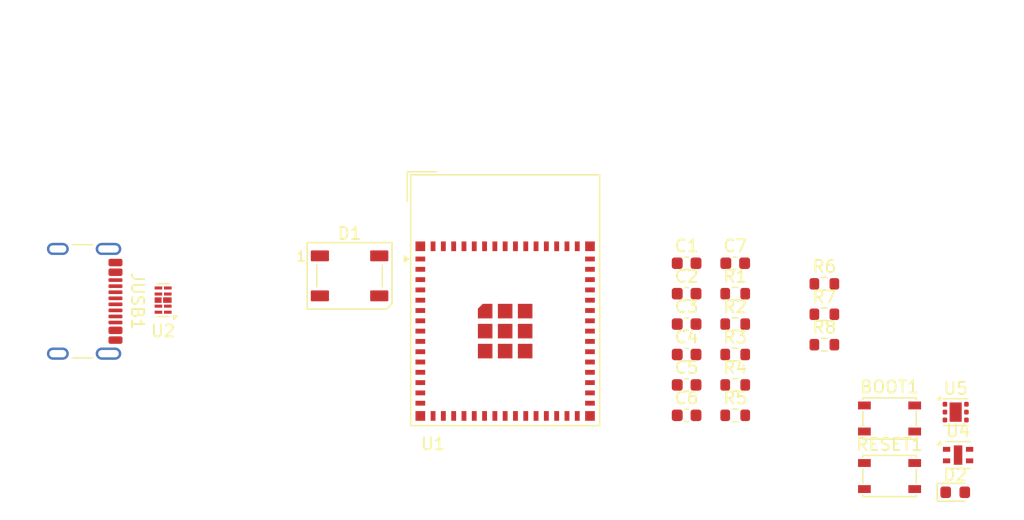
<source format=kicad_pcb>
(kicad_pcb (version 20241229) (generator "pcbnew") (generator_version "9.0")
  (layers (0 "F.Cu" signal) (2 "B.Cu" signal) (13 "F.Paste" user) (15 "B.Paste" user) (5 "F.SilkS" user "F.Silkscreen") (7 "B.SilkS" user "B.Silkscreen") (1 "F.Mask" user) (3 "B.Mask" user) (25 "Edge.Cuts" user))
  (net 0 "")
  (net 1 "Net-(U1-GND-Pad1)")
  (net 4 "GND")
  (net 5 "/3V3")
  (net 6 "/ESP32_EN")
  (net 7 "/GPIO0")
  (net 8 "/5VUSB")
  (net 10 "/GPIO48")
  (net 11 "Net-(D2-A)")
  (net 12 "Net-(JUSB1-CC2)")
  (net 13 "/USB_P")
  (net 15 "Net-(JUSB1-CC1)")
  (net 17 "/USB_N")
  (net 18 "/I2C_SCL")
  (net 19 "/I2C_SDA")
  (net 20 "Net-(U5-FB)")
  (net 24 "/GPIO4")
  (net 25 "/GPIO11")
  (net 26 "/GPIO21")
  (net 27 "/GPIO3")
  (net 28 "/GPIO34")
  (net 29 "/GPIO2")
  (net 30 "/GPIO47")
  (net 31 "/RXD")
  (net 32 "/GPIO5")
  (net 33 "/GPIO9")
  (net 34 "/GPIO45")
  (net 35 "/GPIO33")
  (net 36 "/GPIO12")
  (net 37 "/GPIO14")
  (net 38 "/GPIO35")
  (net 39 "/GPIO41")
  (net 40 "/GPIO15")
  (net 41 "/GPIO26")
  (net 42 "/GPIO37")
  (net 43 "/GPIO8")
  (net 44 "/GPIO42")
  (net 45 "/GPIO13")
  (net 46 "/GPIO16")
  (net 47 "/GPIO6")
  (net 48 "/GPIO38")
  (net 49 "/GPIO36")
  (net 50 "/GPIO10")
  (net 51 "/GPIO46")
  (net 52 "/GPIO39")
  (net 53 "/TXD")
  (net 54 "/GPIO7")
  (net 55 "/GPIO40")
  (net 56 "/GPIO1")
  (footprint "Capacitor_SMD:C_0603_1608Metric" (layer "F.Cu") (at 122.815 92.49)
    (property "Reference" "C4" (at 0 -1.43 0) (layer "F.SilkS"))
    (property "Value" "0.1uF")
    (fp_line (start -0.14058 -0.51) (end 0.14058 -0.51) (stroke (width 0.12)) (layer "F.SilkS"))
    (fp_line (start -0.14058 0.51) (end 0.14058 0.51) (stroke (width 0.12)) (layer "F.SilkS"))
    (pad "1" smd roundrect (at -0.775 0) (size 0.9 0.95) (layers "F.Cu" "F.Mask" "F.Paste") (net 7 "/GPIO0"))
    (pad "2" smd roundrect (at 0.775 0) (size 0.9 0.95) (layers "F.Cu" "F.Mask" "F.Paste") (net 4 "GND"))
  )
  (footprint "Resistor_SMD:R_0603_1608Metric" (layer "F.Cu") (at 134.1825 91.68)
    (property "Reference" "R8" (at 0 -1.43 0) (layer "F.SilkS"))
    (property "Value" "5.1k")
    (fp_line (start -0.237258 -0.5225) (end 0.237258 -0.5225) (stroke (width 0.12)) (layer "F.SilkS"))
    (fp_line (start -0.237258 0.5225) (end 0.237258 0.5225) (stroke (width 0.12)) (layer "F.SilkS"))
    (pad "1" smd roundrect (at -0.825 0) (size 0.8 0.95) (layers "F.Cu" "F.Mask" "F.Paste") (net 5 "/3V3"))
    (pad "2" smd roundrect (at 0.825 0) (size 0.8 0.95) (layers "F.Cu" "F.Mask" "F.Paste") (net 11 "Net-(D2-A)"))
  )
  (footprint "Capacitor_SMD:C_0603_1608Metric" (layer "F.Cu") (at 122.815 87.47)
    (property "Reference" "C2" (at 0 -1.43 0) (layer "F.SilkS"))
    (property "Value" "10uF")
    (fp_line (start -0.14058 -0.51) (end 0.14058 -0.51) (stroke (width 0.12)) (layer "F.SilkS"))
    (fp_line (start -0.14058 0.51) (end 0.14058 0.51) (stroke (width 0.12)) (layer "F.SilkS"))
    (pad "1" smd roundrect (at -0.775 0) (size 0.9 0.95) (layers "F.Cu" "F.Mask" "F.Paste") (net 5 "/3V3"))
    (pad "2" smd roundrect (at 0.775 0) (size 0.9 0.95) (layers "F.Cu" "F.Mask" "F.Paste") (net 4 "GND"))
  )
  (footprint "Package_DFN_QFN:AMS_QFN-4-1EP_2x2mm_P0.95mm_EP0.7x1.6mm" (layer "F.Cu") (at 145.2175 100.79)
    (property "Reference" "U4" (at 0 -2 0) (layer "F.SilkS"))
    (property "Value" "ENS210")
    (fp_line (start -1 1.11) (end 1 1.11) (stroke (width 0.12)) (layer "F.SilkS"))
    (fp_line (start 1 -1.11) (end -1 -1.11) (stroke (width 0.12)) (layer "F.SilkS"))
    (fp_poly (pts (xy -1.44 -0.86) (xy -1.72 -0.86) (xy -1.44 -1.14) (xy -1.44 -0.86)) (stroke (width 0.12)) (fill yes) (layer "F.SilkS"))
    (pad "1" smd rect (at -0.95 -0.475) (size 0.6 0.4) (layers "F.Cu" "F.Mask" "F.Paste") (net 5 "/3V3"))
    (pad "2" smd rect (at -0.95 0.475) (size 0.6 0.4) (layers "F.Cu" "F.Mask" "F.Paste") (net 18 "/I2C_SCL"))
    (pad "3" smd rect (at 0.95 0.475) (size 0.6 0.4) (layers "F.Cu" "F.Mask" "F.Paste") (net 19 "/I2C_SDA"))
    (pad "4" smd rect (at 0.95 -0.475) (size 0.6 0.4) (layers "F.Cu" "F.Mask" "F.Paste") (net 4 "GND"))
    (pad "5" smd rect (at 0 0) (size 0.7 1.6) (layers "F.Cu" "F.Mask") (net 4 "GND"))
  )
  (footprint "Button_Switch_SMD:SW_SPST_PTS810" (layer "F.Cu") (at 139.5625 97.77)
    (property "Reference" "BOOT1" (at 0 -2.6 0) (layer "F.SilkS"))
    (property "Value" "~")
    (fp_line (start -2.2 -1.7) (end -2.2 -1.58) (stroke (width 0.12)) (layer "F.SilkS"))
    (fp_line (start -2.2 -0.57) (end -2.2 0.57) (stroke (width 0.12)) (layer "F.SilkS"))
    (fp_line (start -2.2 1.58) (end -2.2 1.7) (stroke (width 0.12)) (layer "F.SilkS"))
    (fp_line (start -2.2 1.7) (end 2.2 1.7) (stroke (width 0.12)) (layer "F.SilkS"))
    (fp_line (start 2.2 -1.7) (end -2.2 -1.7) (stroke (width 0.12)) (layer "F.SilkS"))
    (fp_line (start 2.2 -1.58) (end 2.2 -1.7) (stroke (width 0.12)) (layer "F.SilkS"))
    (fp_line (start 2.2 0.57) (end 2.2 -0.57) (stroke (width 0.12)) (layer "F.SilkS"))
    (fp_line (start 2.2 1.7) (end 2.2 1.58) (stroke (width 0.12)) (layer "F.SilkS"))
    (pad "1" smd rect (at -2.075 -1.075) (size 1.05 0.65) (layers "F.Cu" "F.Mask" "F.Paste") (net 4 "GND"))
    (pad "1" smd rect (at 2.075 -1.075) (size 1.05 0.65) (layers "F.Cu" "F.Mask" "F.Paste") (net 4 "GND"))
    (pad "2" smd rect (at -2.075 1.075) (size 1.05 0.65) (layers "F.Cu" "F.Mask" "F.Paste") (net 4 "GND"))
    (pad "2" smd rect (at 2.075 1.075) (size 1.05 0.65) (layers "F.Cu" "F.Mask" "F.Paste") (net 4 "GND"))
  )
  (footprint "Capacitor_SMD:C_0603_1608Metric" (layer "F.Cu") (at 126.825 84.96)
    (property "Reference" "C7" (at 0 -1.43 0) (layer "F.SilkS"))
    (property "Value" "10uF")
    (fp_line (start -0.14058 -0.51) (end 0.14058 -0.51) (stroke (width 0.12)) (layer "F.SilkS"))
    (fp_line (start -0.14058 0.51) (end 0.14058 0.51) (stroke (width 0.12)) (layer "F.SilkS"))
    (pad "1" smd roundrect (at -0.775 0) (size 0.9 0.95) (layers "F.Cu" "F.Mask" "F.Paste") (net 5 "/3V3"))
    (pad "2" smd roundrect (at 0.775 0) (size 0.9 0.95) (layers "F.Cu" "F.Mask" "F.Paste") (net 4 "GND"))
  )
  (footprint "Resistor_SMD:R_0603_1608Metric" (layer "F.Cu") (at 126.825 87.47)
    (property "Reference" "R1" (at 0 -1.43 0) (layer "F.SilkS"))
    (property "Value" "5.1k")
    (fp_line (start -0.237258 -0.5225) (end 0.237258 -0.5225) (stroke (width 0.12)) (layer "F.SilkS"))
    (fp_line (start -0.237258 0.5225) (end 0.237258 0.5225) (stroke (width 0.12)) (layer "F.SilkS"))
    (pad "1" smd roundrect (at -0.825 0) (size 0.8 0.95) (layers "F.Cu" "F.Mask" "F.Paste") (net 12 "Net-(JUSB1-CC2)"))
    (pad "2" smd roundrect (at 0.825 0) (size 0.8 0.95) (layers "F.Cu" "F.Mask" "F.Paste") (net 4 "GND"))
  )
  (footprint "Capacitor_SMD:C_0603_1608Metric" (layer "F.Cu") (at 122.815 89.98)
    (property "Reference" "C3" (at 0 -1.43 0) (layer "F.SilkS"))
    (property "Value" "0.1uF")
    (fp_line (start -0.14058 -0.51) (end 0.14058 -0.51) (stroke (width 0.12)) (layer "F.SilkS"))
    (fp_line (start -0.14058 0.51) (end 0.14058 0.51) (stroke (width 0.12)) (layer "F.SilkS"))
    (pad "1" smd roundrect (at -0.775 0) (size 0.9 0.95) (layers "F.Cu" "F.Mask" "F.Paste") (net 6 "/ESP32_EN"))
    (pad "2" smd roundrect (at 0.775 0) (size 0.9 0.95) (layers "F.Cu" "F.Mask" "F.Paste") (net 4 "GND"))
  )
  (footprint "Package_SON:WSON-6-1EP_2x2mm_P0.65mm_EP1x1.6mm" (layer "F.Cu") (at 145.0175 97.245)
    (property "Reference" "U5" (at 0 -1.95 0) (layer "F.SilkS"))
    (property "Value" "TLV75801PDRV")
    (fp_line (start -1 -1.11) (end 1 -1.11) (stroke (width 0.12)) (layer "F.SilkS"))
    (fp_line (start -1 1.11) (end 1 1.11) (stroke (width 0.12)) (layer "F.SilkS"))
    (fp_poly (pts (xy -1.24 -1.01) (xy -1.52 -1.01) (xy -1.24 -1.29) (xy -1.24 -1.01)) (stroke (width 0.12)) (fill yes) (layer "F.SilkS"))
    (pad "1" smd roundrect (at -0.8875 -0.65) (size 0.375 0.4) (layers "F.Cu" "F.Mask" "F.Paste") (net 5 "/3V3"))
    (pad "2" smd roundrect (at -0.8875 0) (size 0.375 0.4) (layers "F.Cu" "F.Mask" "F.Paste") (net 20 "Net-(U5-FB)"))
    (pad "3" smd roundrect (at -0.8875 0.65) (size 0.375 0.4) (layers "F.Cu" "F.Mask" "F.Paste") (net 4 "GND"))
    (pad "4" smd roundrect (at 0.8875 0.65) (size 0.375 0.4) (layers "F.Cu" "F.Mask" "F.Paste") (net 8 "/5VUSB"))
    (pad "5" smd roundrect (at 0.8875 0) (size 0.375 0.4) (layers "F.Cu" "F.Mask" "F.Paste"))
    (pad "6" smd roundrect (at 0.8875 -0.65) (size 0.375 0.4) (layers "F.Cu" "F.Mask" "F.Paste") (net 8 "/5VUSB"))
    (pad "7" smd rect (at 0 0) (size 1 1.6) (property pad_prop_heatsink) (layers "F.Cu" "F.Mask") (net 4 "GND"))
  )
  (footprint "Capacitor_SMD:C_0603_1608Metric" (layer "F.Cu") (at 122.815 95)
    (property "Reference" "C5" (at 0 -1.43 0) (layer "F.SilkS"))
    (property "Value" "0.1uF")
    (fp_line (start -0.14058 -0.51) (end 0.14058 -0.51) (stroke (width 0.12)) (layer "F.SilkS"))
    (fp_line (start -0.14058 0.51) (end 0.14058 0.51) (stroke (width 0.12)) (layer "F.SilkS"))
    (pad "1" smd roundrect (at -0.775 0) (size 0.9 0.95) (layers "F.Cu" "F.Mask" "F.Paste") (net 5 "/3V3"))
    (pad "2" smd roundrect (at 0.775 0) (size 0.9 0.95) (layers "F.Cu" "F.Mask" "F.Paste") (net 4 "GND"))
  )
  (footprint "Resistor_SMD:R_0603_1608Metric" (layer "F.Cu") (at 134.1825 86.66)
    (property "Reference" "R6" (at 0 -1.43 0) (layer "F.SilkS"))
    (property "Value" "1M")
    (fp_line (start -0.237258 -0.5225) (end 0.237258 -0.5225) (stroke (width 0.12)) (layer "F.SilkS"))
    (fp_line (start -0.237258 0.5225) (end 0.237258 0.5225) (stroke (width 0.12)) (layer "F.SilkS"))
    (pad "1" smd roundrect (at -0.825 0) (size 0.8 0.95) (layers "F.Cu" "F.Mask" "F.Paste") (net 20 "Net-(U5-FB)"))
    (pad "2" smd roundrect (at 0.825 0) (size 0.8 0.95) (layers "F.Cu" "F.Mask" "F.Paste") (net 5 "/3V3"))
  )
  (footprint "LED_SMD:LED_0603_1608Metric" (layer "F.Cu") (at 144.9825 103.86)
    (property "Reference" "D2" (at 0 -1.43 0) (layer "F.SilkS"))
    (property "Value" "LED")
    (fp_line (start -1.485 -0.735) (end -1.485 0.735) (stroke (width 0.12)) (layer "F.SilkS"))
    (fp_line (start -1.485 0.735) (end 0.8 0.735) (stroke (width 0.12)) (layer "F.SilkS"))
    (fp_line (start 0.8 -0.735) (end -1.485 -0.735) (stroke (width 0.12)) (layer "F.SilkS"))
    (pad "1" smd roundrect (at -0.7875 0) (size 0.875 0.95) (layers "F.Cu" "F.Mask" "F.Paste") (net 4 "GND"))
    (pad "2" smd roundrect (at 0.7875 0) (size 0.875 0.95) (layers "F.Cu" "F.Mask" "F.Paste") (net 11 "Net-(D2-A)"))
  )
  (footprint "Capacitor_SMD:C_0603_1608Metric" (layer "F.Cu") (at 122.815 84.96)
    (property "Reference" "C1" (at 0 -1.43 0) (layer "F.SilkS"))
    (property "Value" "0.1uF")
    (fp_line (start -0.14058 -0.51) (end 0.14058 -0.51) (stroke (width 0.12)) (layer "F.SilkS"))
    (fp_line (start -0.14058 0.51) (end 0.14058 0.51) (stroke (width 0.12)) (layer "F.SilkS"))
    (pad "1" smd roundrect (at -0.775 0) (size 0.9 0.95) (layers "F.Cu" "F.Mask" "F.Paste") (net 5 "/3V3"))
    (pad "2" smd roundrect (at 0.775 0) (size 0.9 0.95) (layers "F.Cu" "F.Mask" "F.Paste") (net 4 "GND"))
  )
  (footprint "RF_Module:ESP32-S2-MINI-1" (layer "F.Cu") (at 107.84 88.01)
    (property "Reference" "U1" (at -5.95 11.85 0) (layer "F.SilkS"))
    (property "Value" "ESP32-S3-MINI-1")
    (fp_line (start -8.075 -10.6) (end -8.075 -8.15) (stroke (width 0.12)) (layer "F.SilkS"))
    (fp_line (start -8.075 -10.6) (end -5.625 -10.6) (stroke (width 0.12)) (layer "F.SilkS"))
    (fp_line (start -7.8 -10.35) (end 7.8 -10.35) (stroke (width 0.12)) (layer "F.SilkS"))
    (fp_line (start -7.8 10.35) (end -7.8 -10.35) (stroke (width 0.12)) (layer "F.SilkS"))
    (fp_line (start 7.8 -10.35) (end 7.8 10.35) (stroke (width 0.12)) (layer "F.SilkS"))
    (fp_line (start 7.8 10.35) (end -7.8 10.35) (stroke (width 0.12)) (layer "F.SilkS"))
    (fp_poly (pts (xy -7.975 -3.4) (xy -8.311 -3.16) (xy -8.311 -3.64) (xy -7.975 -3.4)) (stroke (width 0.12)) (fill yes) (layer "F.SilkS"))
    (pad "1" smd rect (at -7 -3.4) (size 0.8 0.4) (layers "F.Cu" "F.Mask" "F.Paste") (net 1 "Net-(U1-GND-Pad1)"))
    (pad "2" smd rect (at -7 -2.55) (size 0.8 0.4) (layers "F.Cu" "F.Mask" "F.Paste") (net 1 "Net-(U1-GND-Pad1)"))
    (pad "3" smd rect (at -7 -1.7) (size 0.8 0.4) (layers "F.Cu" "F.Mask" "F.Paste"))
    (pad "4" smd rect (at -7 -0.85) (size 0.8 0.4) (layers "F.Cu" "F.Mask" "F.Paste"))
    (pad "5" smd rect (at -7 0) (size 0.8 0.4) (layers "F.Cu" "F.Mask" "F.Paste") (net 7 "/GPIO0"))
    (pad "6" smd rect (at -7 0.85) (size 0.8 0.4) (layers "F.Cu" "F.Mask" "F.Paste") (net 56 "/GPIO1"))
    (pad "7" smd rect (at -7 1.7) (size 0.8 0.4) (layers "F.Cu" "F.Mask" "F.Paste") (net 29 "/GPIO2"))
    (pad "8" smd rect (at -7 2.55) (size 0.8 0.4) (layers "F.Cu" "F.Mask" "F.Paste") (net 27 "/GPIO3"))
    (pad "9" smd rect (at -7 3.4) (size 0.8 0.4) (layers "F.Cu" "F.Mask" "F.Paste") (net 24 "/GPIO4"))
    (pad "10" smd rect (at -7 4.25) (size 0.8 0.4) (layers "F.Cu" "F.Mask" "F.Paste") (net 32 "/GPIO5"))
    (pad "11" smd rect (at -7 5.1) (size 0.8 0.4) (layers "F.Cu" "F.Mask" "F.Paste") (net 47 "/GPIO6"))
    (pad "12" smd rect (at -7 5.95) (size 0.8 0.4) (layers "F.Cu" "F.Mask" "F.Paste") (net 54 "/GPIO7"))
    (pad "13" smd rect (at -7 6.8) (size 0.8 0.4) (layers "F.Cu" "F.Mask" "F.Paste") (net 43 "/GPIO8"))
    (pad "14" smd rect (at -7 7.65) (size 0.8 0.4) (layers "F.Cu" "F.Mask" "F.Paste") (net 33 "/GPIO9"))
    (pad "15" smd rect (at -7 8.5) (size 0.8 0.4) (layers "F.Cu" "F.Mask" "F.Paste") (net 50 "/GPIO10"))
    (pad "16" smd rect (at -5.95 9.55 90) (size 0.8 0.4) (layers "F.Cu" "F.Mask" "F.Paste") (net 25 "/GPIO11"))
    (pad "17" smd rect (at -5.1 9.55 90) (size 0.8 0.4) (layers "F.Cu" "F.Mask" "F.Paste") (net 36 "/GPIO12"))
    (pad "18" smd rect (at -4.25 9.55 90) (size 0.8 0.4) (layers "F.Cu" "F.Mask" "F.Paste") (net 45 "/GPIO13"))
    (pad "19" smd rect (at -3.4 9.55 90) (size 0.8 0.4) (layers "F.Cu" "F.Mask" "F.Paste") (net 37 "/GPIO14"))
    (pad "20" smd rect (at -2.55 9.55 90) (size 0.8 0.4) (layers "F.Cu" "F.Mask" "F.Paste") (net 40 "/GPIO15"))
    (pad "21" smd rect (at -1.7 9.55 90) (size 0.8 0.4) (layers "F.Cu" "F.Mask" "F.Paste") (net 46 "/GPIO16"))
    (pad "22" smd rect (at -0.85 9.55 90) (size 0.8 0.4) (layers "F.Cu" "F.Mask" "F.Paste") (net 18 "/I2C_SCL"))
    (pad "23" smd rect (at 0 9.55 90) (size 0.8 0.4) (layers "F.Cu" "F.Mask" "F.Paste") (net 17 "/USB_N"))
    (pad "24" smd rect (at 0.85 9.55 90) (size 0.8 0.4) (layers "F.Cu" "F.Mask" "F.Paste") (net 13 "/USB_P"))
    (pad "25" smd rect (at 1.7 9.55 90) (size 0.8 0.4) (layers "F.Cu" "F.Mask" "F.Paste") (net 26 "/GPIO21"))
    (pad "26" smd rect (at 2.55 9.55 90) (size 0.8 0.4) (layers "F.Cu" "F.Mask" "F.Paste") (net 41 "/GPIO26"))
    (pad "27" smd rect (at 3.4 9.55 90) (size 0.8 0.4) (layers "F.Cu" "F.Mask" "F.Paste") (net 30 "/GPIO47"))
    (pad "28" smd rect (at 4.25 9.55 90) (size 0.8 0.4) (layers "F.Cu" "F.Mask" "F.Paste") (net 35 "/GPIO33"))
    (pad "29" smd rect (at 5.1 9.55 90) (size 0.8 0.4) (layers "F.Cu" "F.Mask" "F.Paste") (net 28 "/GPIO34"))
    (pad "30" smd rect (at 5.95 9.55 90) (size 0.8 0.4) (layers "F.Cu" "F.Mask" "F.Paste") (net 10 "/GPIO48"))
    (pad "31" smd rect (at 7 8.5) (size 0.8 0.4) (layers "F.Cu" "F.Mask" "F.Paste") (net 38 "/GPIO35"))
    (pad "32" smd rect (at 7 7.65) (size 0.8 0.4) (layers "F.Cu" "F.Mask" "F.Paste") (net 49 "/GPIO36"))
    (pad "33" smd rect (at 7 6.8) (size 0.8 0.4) (layers "F.Cu" "F.Mask" "F.Paste") (net 42 "/GPIO37"))
    (pad "34" smd rect (at 7 5.95) (size 0.8 0.4) (layers "F.Cu" "F.Mask" "F.Paste") (net 48 "/GPIO38"))
    (pad "35" smd rect (at 7 5.1) (size 0.8 0.4) (layers "F.Cu" "F.Mask" "F.Paste") (net 52 "/GPIO39"))
    (pad "36" smd rect (at 7 4.25) (size 0.8 0.4) (layers "F.Cu" "F.Mask" "F.Paste") (net 55 "/GPIO40"))
    (pad "37" smd rect (at 7 3.4) (size 0.8 0.4) (layers "F.Cu" "F.Mask" "F.Paste") (net 39 "/GPIO41"))
    (pad "38" smd rect (at 7 2.55) (size 0.8 0.4) (layers "F.Cu" "F.Mask" "F.Paste") (net 44 "/GPIO42"))
    (pad "39" smd rect (at 7 1.7) (size 0.8 0.4) (layers "F.Cu" "F.Mask" "F.Paste") (net 53 "/TXD"))
    (pad "40" smd rect (at 7 0.85) (size 0.8 0.4) (layers "F.Cu" "F.Mask" "F.Paste") (net 31 "/RXD"))
    (pad "41" smd rect (at 7 0) (size 0.8 0.4) (layers "F.Cu" "F.Mask" "F.Paste") (net 34 "/GPIO45"))
    (pad "42" smd rect (at 7 -0.85) (size 0.8 0.4) (layers "F.Cu" "F.Mask" "F.Paste") (net 1 "Net-(U1-GND-Pad1)"))
    (pad "43" smd rect (at 7 -1.7) (size 0.8 0.4) (layers "F.Cu" "F.Mask" "F.Paste") (net 1 "Net-(U1-GND-Pad1)"))
    (pad "44" smd rect (at 7 -2.55) (size 0.8 0.4) (layers "F.Cu" "F.Mask" "F.Paste") (net 51 "/GPIO46"))
    (pad "45" smd rect (at 7 -3.4) (size 0.8 0.4) (layers "F.Cu" "F.Mask" "F.Paste") (net 6 "/ESP32_EN"))
    (pad "46" smd rect (at 5.95 -4.45 90) (size 0.8 0.4) (layers "F.Cu" "F.Mask" "F.Paste") (net 1 "Net-(U1-GND-Pad1)"))
    (pad "47" smd rect (at 5.1 -4.45 90) (size 0.8 0.4) (layers "F.Cu" "F.Mask" "F.Paste") (net 1 "Net-(U1-GND-Pad1)"))
    (pad "48" smd rect (at 4.25 -4.45 90) (size 0.8 0.4) (layers "F.Cu" "F.Mask" "F.Paste") (net 1 "Net-(U1-GND-Pad1)"))
    (pad "49" smd rect (at 3.4 -4.45 90) (size 0.8 0.4) (layers "F.Cu" "F.Mask" "F.Paste") (net 1 "Net-(U1-GND-Pad1)"))
    (pad "50" smd rect (at 2.55 -4.45 90) (size 0.8 0.4) (layers "F.Cu" "F.Mask" "F.Paste") (net 1 "Net-(U1-GND-Pad1)"))
    (pad "51" smd rect (at 1.7 -4.45 90) (size 0.8 0.4) (layers "F.Cu" "F.Mask" "F.Paste") (net 1 "Net-(U1-GND-Pad1)"))
    (pad "52" smd rect (at 0.85 -4.45 90) (size 0.8 0.4) (layers "F.Cu" "F.Mask" "F.Paste") (net 1 "Net-(U1-GND-Pad1)"))
    (pad "53" smd rect (at 0 -4.45 90) (size 0.8 0.4) (layers "F.Cu" "F.Mask" "F.Paste") (net 1 "Net-(U1-GND-Pad1)"))
    (pad "54" smd rect (at -0.85 -4.45 90) (size 0.8 0.4) (layers "F.Cu" "F.Mask" "F.Paste") (net 1 "Net-(U1-GND-Pad1)"))
    (pad "55" smd rect (at -1.7 -4.45 90) (size 0.8 0.4) (layers "F.Cu" "F.Mask" "F.Paste") (net 1 "Net-(U1-GND-Pad1)"))
    (pad "56" smd rect (at -2.55 -4.45 90) (size 0.8 0.4) (layers "F.Cu" "F.Mask" "F.Paste") (net 1 "Net-(U1-GND-Pad1)"))
    (pad "57" smd rect (at -3.4 -4.45 90) (size 0.8 0.4) (layers "F.Cu" "F.Mask" "F.Paste") (net 1 "Net-(U1-GND-Pad1)"))
    (pad "58" smd rect (at -4.25 -4.45 90) (size 0.8 0.4) (layers "F.Cu" "F.Mask" "F.Paste") (net 1 "Net-(U1-GND-Pad1)"))
    (pad "59" smd rect (at -5.1 -4.45 90) (size 0.8 0.4) (layers "F.Cu" "F.Mask" "F.Paste") (net 1 "Net-(U1-GND-Pad1)"))
    (pad "60" smd rect (at -5.95 -4.45 90) (size 0.8 0.4) (layers "F.Cu" "F.Mask" "F.Paste") (net 1 "Net-(U1-GND-Pad1)"))
    (pad "61" smd roundrect (at -1.65 0.9) (size 1.2 1.2) (property pad_prop_heatsink) (layers "F.Cu" "F.Mask" "F.Paste") (roundrect_rratio 0) (chamfer_ratio 0.33) (chamfer top_left) (net 1 "Net-(U1-GND-Pad1)"))
    (pad "61" smd rect (at -1.65 2.55) (size 1.2 1.2) (property pad_prop_heatsink) (layers "F.Cu" "F.Mask" "F.Paste") (net 1 "Net-(U1-GND-Pad1)"))
    (pad "61" smd rect (at -1.65 4.2) (size 1.2 1.2) (property pad_prop_heatsink) (layers "F.Cu" "F.Mask" "F.Paste") (net 1 "Net-(U1-GND-Pad1)"))
    (pad "61" smd rect (at 0 0.9) (size 1.2 1.2) (property pad_prop_heatsink) (layers "F.Cu" "F.Mask" "F.Paste") (net 1 "Net-(U1-GND-Pad1)"))
    (pad "61" smd rect (at 0 2.55) (size 1.2 1.2) (property pad_prop_heatsink) (layers "F.Cu" "F.Mask" "F.Paste") (net 1 "Net-(U1-GND-Pad1)"))
    (pad "61" smd rect (at 0 4.2) (size 1.2 1.2) (property pad_prop_heatsink) (layers "F.Cu" "F.Mask" "F.Paste") (net 1 "Net-(U1-GND-Pad1)"))
    (pad "61" smd rect (at 1.65 0.9) (size 1.2 1.2) (property pad_prop_heatsink) (layers "F.Cu" "F.Mask" "F.Paste") (net 1 "Net-(U1-GND-Pad1)"))
    (pad "61" smd rect (at 1.65 2.55) (size 1.2 1.2) (property pad_prop_heatsink) (layers "F.Cu" "F.Mask" "F.Paste") (net 1 "Net-(U1-GND-Pad1)"))
    (pad "61" smd rect (at 1.65 4.2) (size 1.2 1.2) (property pad_prop_heatsink) (layers "F.Cu" "F.Mask" "F.Paste") (net 1 "Net-(U1-GND-Pad1)"))
    (pad "62" smd rect (at -7 -4.45) (size 0.8 0.8) (layers "F.Cu" "F.Mask" "F.Paste") (net 1 "Net-(U1-GND-Pad1)"))
    (pad "63" smd rect (at -7 9.55) (size 0.8 0.8) (layers "F.Cu" "F.Mask" "F.Paste") (net 1 "Net-(U1-GND-Pad1)"))
    (pad "64" smd rect (at 7 9.55) (size 0.8 0.8) (layers "F.Cu" "F.Mask" "F.Paste") (net 1 "Net-(U1-GND-Pad1)"))
    (pad "65" smd rect (at 7 -4.45) (size 0.8 0.8) (layers "F.Cu" "F.Mask" "F.Paste") (net 1 "Net-(U1-GND-Pad1)"))
  )
  (footprint "Resistor_SMD:R_0603_1608Metric" (layer "F.Cu") (at 126.825 89.98)
    (property "Reference" "R2" (at 0 -1.43 0) (layer "F.SilkS"))
    (property "Value" "5.1k")
    (fp_line (start -0.237258 -0.5225) (end 0.237258 -0.5225) (stroke (width 0.12)) (layer "F.SilkS"))
    (fp_line (start -0.237258 0.5225) (end 0.237258 0.5225) (stroke (width 0.12)) (layer "F.SilkS"))
    (pad "1" smd roundrect (at -0.825 0) (size 0.8 0.95) (layers "F.Cu" "F.Mask" "F.Paste") (net 15 "Net-(JUSB1-CC1)"))
    (pad "2" smd roundrect (at 0.825 0) (size 0.8 0.95) (layers "F.Cu" "F.Mask" "F.Paste") (net 4 "GND"))
  )
  (footprint "Capacitor_SMD:C_0603_1608Metric" (layer "F.Cu") (at 122.815 97.51)
    (property "Reference" "C6" (at 0 -1.43 0) (layer "F.SilkS"))
    (property "Value" "10uF")
    (fp_line (start -0.14058 -0.51) (end 0.14058 -0.51) (stroke (width 0.12)) (layer "F.SilkS"))
    (fp_line (start -0.14058 0.51) (end 0.14058 0.51) (stroke (width 0.12)) (layer "F.SilkS"))
    (pad "1" smd roundrect (at -0.775 0) (size 0.9 0.95) (layers "F.Cu" "F.Mask" "F.Paste") (net 8 "/5VUSB"))
    (pad "2" smd roundrect (at 0.775 0) (size 0.9 0.95) (layers "F.Cu" "F.Mask" "F.Paste") (net 4 "GND"))
  )
  (footprint "Connector_USB:USB_C_Receptacle_GCT_USB4105-xx-A_16P_TopMnt_Horizontal" (layer "F.Cu") (at 72 88.1 -90)
    (property "Reference" "JUSB1" (at 0 -5.5 270) (layer "F.SilkS"))
    (property "Value" "USB_C_Receptacle_USB2.0")
    (fp_line (start -4.67 -0.1) (end -4.67 -1.8) (stroke (width 0.12)) (layer "F.SilkS"))
    (fp_line (start 4.67 -0.1) (end 4.67 -1.8) (stroke (width 0.12)) (layer "F.SilkS"))
    (pad "" np_thru_hole circle (at -2.89 -2.605 270) (size 0.65 0.65) (drill 0.65) (layers "*.Cu" "*.Mask"))
    (pad "" np_thru_hole circle (at 2.89 -2.605 270) (size 0.65 0.65) (drill 0.65) (layers "*.Cu" "*.Mask"))
    (pad "A1" smd roundrect (at -3.2 -3.68 270) (size 0.6 1.15) (layers "F.Cu" "F.Mask" "F.Paste") (net 4 "GND"))
    (pad "A4" smd roundrect (at -2.4 -3.68 270) (size 0.6 1.15) (layers "F.Cu" "F.Mask" "F.Paste") (net 8 "/5VUSB"))
    (pad "A5" smd roundrect (at -1.25 -3.68 270) (size 0.3 1.15) (layers "F.Cu" "F.Mask" "F.Paste") (net 15 "Net-(JUSB1-CC1)"))
    (pad "A6" smd roundrect (at -0.25 -3.68 270) (size 0.3 1.15) (layers "F.Cu" "F.Mask" "F.Paste") (net 13 "/USB_P"))
    (pad "A7" smd roundrect (at 0.25 -3.68 270) (size 0.3 1.15) (layers "F.Cu" "F.Mask" "F.Paste") (net 17 "/USB_N"))
    (pad "A8" smd roundrect (at 1.25 -3.68 270) (size 0.3 1.15) (layers "F.Cu" "F.Mask" "F.Paste"))
    (pad "A9" smd roundrect (at 2.4 -3.68 270) (size 0.6 1.15) (layers "F.Cu" "F.Mask" "F.Paste") (net 8 "/5VUSB"))
    (pad "A12" smd roundrect (at 3.2 -3.68 270) (size 0.6 1.15) (layers "F.Cu" "F.Mask" "F.Paste") (net 4 "GND"))
    (pad "B1" smd roundrect (at 3.2 -3.68 270) (size 0.6 1.15) (layers "F.Cu" "F.Mask" "F.Paste") (net 4 "GND"))
    (pad "B4" smd roundrect (at 2.4 -3.68 270) (size 0.6 1.15) (layers "F.Cu" "F.Mask" "F.Paste") (net 8 "/5VUSB"))
    (pad "B5" smd roundrect (at 1.75 -3.68 270) (size 0.3 1.15) (layers "F.Cu" "F.Mask" "F.Paste") (net 12 "Net-(JUSB1-CC2)"))
    (pad "B6" smd roundrect (at 0.75 -3.68 270) (size 0.3 1.15) (layers "F.Cu" "F.Mask" "F.Paste") (net 13 "/USB_P"))
    (pad "B7" smd roundrect (at -0.75 -3.68 270) (size 0.3 1.15) (layers "F.Cu" "F.Mask" "F.Paste") (net 17 "/USB_N"))
    (pad "B8" smd roundrect (at -1.75 -3.68 270) (size 0.3 1.15) (layers "F.Cu" "F.Mask" "F.Paste"))
    (pad "B9" smd roundrect (at -2.4 -3.68 270) (size 0.6 1.15) (layers "F.Cu" "F.Mask" "F.Paste") (net 8 "/5VUSB"))
    (pad "B12" smd roundrect (at -3.2 -3.68 270) (size 0.6 1.15) (layers "F.Cu" "F.Mask" "F.Paste") (net 4 "GND"))
    (pad "S1" thru_hole oval (at -4.32 -3.105 270) (size 1 2.1) (drill oval 0.6 1.7) (property pad_prop_heatsink) (layers "*.Cu" "*.Mask" "F.Paste") (net 4 "GND"))
    (pad "S1" thru_hole oval (at -4.32 1.075 270) (size 1 1.8) (drill oval 0.6 1.4) (property pad_prop_heatsink) (layers "*.Cu" "*.Mask" "F.Paste") (net 4 "GND"))
    (pad "S1" thru_hole oval (at 4.32 -3.105 270) (size 1 2.1) (drill oval 0.6 1.7) (property pad_prop_heatsink) (layers "*.Cu" "*.Mask" "F.Paste") (net 4 "GND"))
    (pad "S1" thru_hole oval (at 4.32 1.075 270) (size 1 1.8) (drill oval 0.6 1.4) (property pad_prop_heatsink) (layers "*.Cu" "*.Mask" "F.Paste") (net 4 "GND"))
  )
  (footprint "Resistor_SMD:R_0603_1608Metric" (layer "F.Cu") (at 134.1825 89.17)
    (property "Reference" "R7" (at 0 -1.43 0) (layer "F.SilkS"))
    (property "Value" "200k")
    (fp_line (start -0.237258 -0.5225) (end 0.237258 -0.5225) (stroke (width 0.12)) (layer "F.SilkS"))
    (fp_line (start -0.237258 0.5225) (end 0.237258 0.5225) (stroke (width 0.12)) (layer "F.SilkS"))
    (pad "1" smd roundrect (at -0.825 0) (size 0.8 0.95) (layers "F.Cu" "F.Mask" "F.Paste") (net 4 "GND"))
    (pad "2" smd roundrect (at 0.825 0) (size 0.8 0.95) (layers "F.Cu" "F.Mask" "F.Paste") (net 20 "Net-(U5-FB)"))
  )
  (footprint "Resistor_SMD:R_0603_1608Metric" (layer "F.Cu") (at 126.825 95)
    (property "Reference" "R4" (at 0 -1.43 0) (layer "F.SilkS"))
    (property "Value" "10k")
    (fp_line (start -0.237258 -0.5225) (end 0.237258 -0.5225) (stroke (width 0.12)) (layer "F.SilkS"))
    (fp_line (start -0.237258 0.5225) (end 0.237258 0.5225) (stroke (width 0.12)) (layer "F.SilkS"))
    (pad "1" smd roundrect (at -0.825 0) (size 0.8 0.95) (layers "F.Cu" "F.Mask" "F.Paste") (net 18 "/I2C_SCL"))
    (pad "2" smd roundrect (at 0.825 0) (size 0.8 0.95) (layers "F.Cu" "F.Mask" "F.Paste") (net 5 "/3V3"))
  )
  (footprint "Package_DFN_QFN:Diodes_UDFN-10_1.0x2.5mm_P0.5mm" (layer "F.Cu") (at 79.6125 88 180)
    (property "Reference" "U2" (at 0 -2.54 0) (layer "F.SilkS"))
    (property "Value" "ESD7104MUTAG")
    (fp_line (start 0.5 1.36) (end -0.5 1.36) (stroke (width 0.12)) (layer "F.SilkS"))
    (fp_line (start 0.5 -1.36) (end -0.5 -1.36) (stroke (width 0.12)) (layer "F.SilkS"))
    (fp_poly (pts (xy -0.89 -1.31) (xy -1.17 -1.31) (xy -0.89 -1.59) (xy -0.89 -1.31)) (stroke (width 0.12)) (fill yes) (layer "F.SilkS"))
    (pad "1" smd rect (at -0.3875 -1 90) (size 0.25 0.625) (layers "F.Cu" "F.Mask" "F.Paste") (net 13 "/USB_P"))
    (pad "2" smd rect (at -0.3875 -0.5 90) (size 0.25 0.625) (layers "F.Cu" "F.Mask" "F.Paste") (net 17 "/USB_N"))
    (pad "3" smd rect (at -0.35 0 90) (size 0.45 0.7) (layers "F.Cu" "F.Mask" "F.Paste") (net 4 "GND"))
    (pad "4" smd rect (at -0.3875 0.5 90) (size 0.25 0.625) (layers "F.Cu" "F.Mask" "F.Paste") (net 8 "/5VUSB"))
    (pad "5" smd rect (at -0.3875 1 90) (size 0.25 0.625) (layers "F.Cu" "F.Mask" "F.Paste"))
    (pad "6" smd rect (at 0.3875 1 90) (size 0.25 0.625) (layers "F.Cu" "F.Mask" "F.Paste"))
    (pad "7" smd rect (at 0.3875 0.5 90) (size 0.25 0.625) (layers "F.Cu" "F.Mask" "F.Paste") (net 8 "/5VUSB"))
    (pad "8" smd rect (at 0.4125 0 90) (size 0.45 0.575) (layers "F.Cu" "F.Mask" "F.Paste") (net 4 "GND"))
    (pad "9" smd rect (at 0.3875 -0.5 90) (size 0.25 0.625) (layers "F.Cu" "F.Mask" "F.Paste") (net 17 "/USB_N"))
    (pad "10" smd rect (at 0.3875 -1 90) (size 0.25 0.625) (layers "F.Cu" "F.Mask" "F.Paste") (net 13 "/USB_P"))
  )
  (footprint "LED_SMD:LED_WS2812B_PLCC4_5.0x5.0mm_P3.2mm" (layer "F.Cu") (at 95 86)
    (property "Reference" "D1" (at 0 -3.5 0) (layer "F.SilkS"))
    (property "Value" "WS2812B")
    (fp_line (start -3.5 -2.75) (end -3.5 2.75) (stroke (width 0.12)) (layer "F.SilkS"))
    (fp_line (start -3.5 -2.75) (end 3.5 -2.75) (stroke (width 0.12)) (layer "F.SilkS"))
    (fp_line (start -3.5 2.75) (end 3.05 2.75) (stroke (width 0.12)) (layer "F.SilkS"))
    (fp_line (start -2.7 0.9) (end -2.7 -0.9) (stroke (width 0.12)) (layer "F.SilkS"))
    (fp_line (start 2.7 0.9) (end 2.7 -0.9) (stroke (width 0.12)) (layer "F.SilkS"))
    (fp_line (start 3.05 2.75) (end 3.5 2.3) (stroke (width 0.12)) (layer "F.SilkS"))
    (fp_line (start 3.5 2.3) (end 3.5 -2.75) (stroke (width 0.12)) (layer "F.SilkS"))
    (fp_text user "1" (at -4 -1.6 0) (layer "F.SilkS") (effects (font (size 0.8 0.8))))
    (pad "1" smd roundrect (at -2.45 -1.65) (size 1.5 0.9) (layers "F.Cu" "F.Mask" "F.Paste") (roundrect_rratio 0.1) (net 5 "/3V3"))
    (pad "2" smd roundrect (at -2.45 1.65) (size 1.5 0.9) (layers "F.Cu" "F.Mask" "F.Paste") (roundrect_rratio 0.1))
    (pad "3" smd roundrect (at 2.45 1.65) (size 1.5 0.9) (layers "F.Cu" "F.Mask" "F.Paste") (roundrect_rratio 0.1) (net 4 "GND"))
    (pad "4" smd roundrect (at 2.45 -1.65) (size 1.5 0.9) (layers "F.Cu" "F.Mask" "F.Paste") (roundrect_rratio 0.1) (net 10 "/GPIO48"))
  )
  (footprint "Button_Switch_SMD:SW_SPST_PTS810" (layer "F.Cu") (at 139.5625 102.52)
    (property "Reference" "RESET1" (at 0 -2.6 0) (layer "F.SilkS"))
    (property "Value" "~")
    (fp_line (start -2.2 -1.7) (end -2.2 -1.58) (stroke (width 0.12)) (layer "F.SilkS"))
    (fp_line (start -2.2 -0.57) (end -2.2 0.57) (stroke (width 0.12)) (layer "F.SilkS"))
    (fp_line (start -2.2 1.58) (end -2.2 1.7) (stroke (width 0.12)) (layer "F.SilkS"))
    (fp_line (start -2.2 1.7) (end 2.2 1.7) (stroke (width 0.12)) (layer "F.SilkS"))
    (fp_line (start 2.2 -1.7) (end -2.2 -1.7) (stroke (width 0.12)) (layer "F.SilkS"))
    (fp_line (start 2.2 -1.58) (end 2.2 -1.7) (stroke (width 0.12)) (layer "F.SilkS"))
    (fp_line (start 2.2 0.57) (end 2.2 -0.57) (stroke (width 0.12)) (layer "F.SilkS"))
    (fp_line (start 2.2 1.7) (end 2.2 1.58) (stroke (width 0.12)) (layer "F.SilkS"))
    (pad "1" smd rect (at -2.075 -1.075) (size 1.05 0.65) (layers "F.Cu" "F.Mask" "F.Paste") (net 4 "GND"))
    (pad "1" smd rect (at 2.075 -1.075) (size 1.05 0.65) (layers "F.Cu" "F.Mask" "F.Paste") (net 4 "GND"))
    (pad "2" smd rect (at -2.075 1.075) (size 1.05 0.65) (layers "F.Cu" "F.Mask" "F.Paste") (net 4 "GND"))
    (pad "2" smd rect (at 2.075 1.075) (size 1.05 0.65) (layers "F.Cu" "F.Mask" "F.Paste") (net 4 "GND"))
  )
  (footprint "Resistor_SMD:R_0603_1608Metric" (layer "F.Cu") (at 126.825 92.49)
    (property "Reference" "R3" (at 0 -1.43 0) (layer "F.SilkS"))
    (property "Value" "10k")
    (fp_line (start -0.237258 -0.5225) (end 0.237258 -0.5225) (stroke (width 0.12)) (layer "F.SilkS"))
    (fp_line (start -0.237258 0.5225) (end 0.237258 0.5225) (stroke (width 0.12)) (layer "F.SilkS"))
    (pad "1" smd roundrect (at -0.825 0) (size 0.8 0.95) (layers "F.Cu" "F.Mask" "F.Paste") (net 6 "/ESP32_EN"))
    (pad "2" smd roundrect (at 0.825 0) (size 0.8 0.95) (layers "F.Cu" "F.Mask" "F.Paste") (net 5 "/3V3"))
  )
  (footprint "Resistor_SMD:R_0603_1608Metric" (layer "F.Cu") (at 126.825 97.51)
    (property "Reference" "R5" (at 0 -1.43 0) (layer "F.SilkS"))
    (property "Value" "10k")
    (fp_line (start -0.237258 -0.5225) (end 0.237258 -0.5225) (stroke (width 0.12)) (layer "F.SilkS"))
    (fp_line (start -0.237258 0.5225) (end 0.237258 0.5225) (stroke (width 0.12)) (layer "F.SilkS"))
    (pad "1" smd roundrect (at -0.825 0) (size 0.8 0.95) (layers "F.Cu" "F.Mask" "F.Paste") (net 19 "/I2C_SDA"))
    (pad "2" smd roundrect (at 0.825 0) (size 0.8 0.95) (layers "F.Cu" "F.Mask" "F.Paste") (net 5 "/3V3"))
  )
)
</source>
